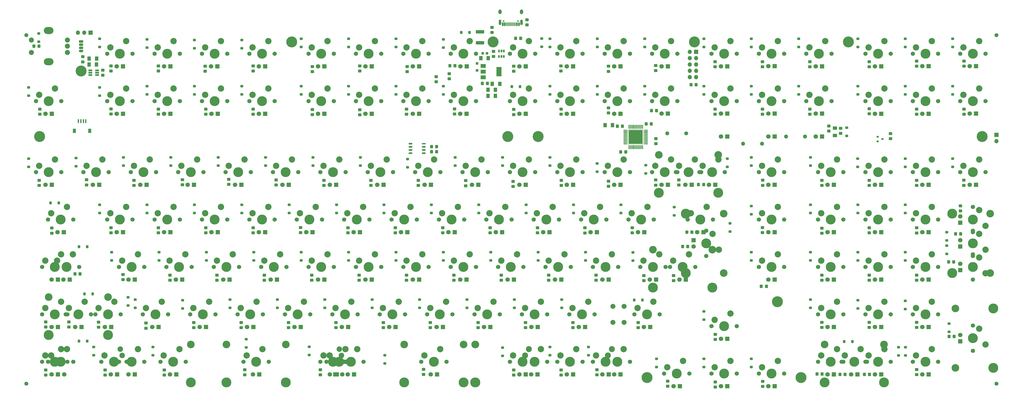
<source format=gbr>
G04 #@! TF.GenerationSoftware,KiCad,Pcbnew,7.0.1*
G04 #@! TF.CreationDate,2023-03-28T01:20:07-04:00*
G04 #@! TF.ProjectId,Boston-keyboard-V08J,426f7374-6f6e-42d6-9b65-79626f617264,rev?*
G04 #@! TF.SameCoordinates,Original*
G04 #@! TF.FileFunction,Soldermask,Bot*
G04 #@! TF.FilePolarity,Negative*
%FSLAX46Y46*%
G04 Gerber Fmt 4.6, Leading zero omitted, Abs format (unit mm)*
G04 Created by KiCad (PCBNEW 7.0.1) date 2023-03-28 01:20:07*
%MOMM*%
%LPD*%
G01*
G04 APERTURE LIST*
G04 Aperture macros list*
%AMRoundRect*
0 Rectangle with rounded corners*
0 $1 Rounding radius*
0 $2 $3 $4 $5 $6 $7 $8 $9 X,Y pos of 4 corners*
0 Add a 4 corners polygon primitive as box body*
4,1,4,$2,$3,$4,$5,$6,$7,$8,$9,$2,$3,0*
0 Add four circle primitives for the rounded corners*
1,1,$1+$1,$2,$3*
1,1,$1+$1,$4,$5*
1,1,$1+$1,$6,$7*
1,1,$1+$1,$8,$9*
0 Add four rect primitives between the rounded corners*
20,1,$1+$1,$2,$3,$4,$5,0*
20,1,$1+$1,$4,$5,$6,$7,0*
20,1,$1+$1,$6,$7,$8,$9,0*
20,1,$1+$1,$8,$9,$2,$3,0*%
G04 Aperture macros list end*
%ADD10R,1.800000X1.800000*%
%ADD11C,1.800000*%
%ADD12R,2.200000X1.800000*%
%ADD13C,4.400000*%
%ADD14C,1.600000*%
%ADD15O,1.600000X1.600000*%
%ADD16C,1.596000*%
%ADD17C,2.000000*%
%ADD18R,1.700000X1.700000*%
%ADD19O,1.700000X1.700000*%
%ADD20O,2.768600X1.651000*%
%ADD21C,1.016000*%
%ADD22C,2.032000*%
%ADD23O,3.900000X2.799999*%
%ADD24R,1.800000X1.070000*%
%ADD25O,1.800000X1.070000*%
%ADD26RoundRect,0.249999X-0.325001X-0.450001X0.325001X-0.450001X0.325001X0.450001X-0.325001X0.450001X0*%
%ADD27RoundRect,0.250000X-0.350000X0.250000X-0.350000X-0.250000X0.350000X-0.250000X0.350000X0.250000X0*%
%ADD28C,1.701800*%
%ADD29C,3.987800*%
%ADD30C,2.540000*%
%ADD31RoundRect,0.249999X0.325001X0.450001X-0.325001X0.450001X-0.325001X-0.450001X0.325001X-0.450001X0*%
%ADD32RoundRect,0.250001X-0.462499X-0.624999X0.462499X-0.624999X0.462499X0.624999X-0.462499X0.624999X0*%
%ADD33RoundRect,0.249999X-0.450001X0.325001X-0.450001X-0.325001X0.450001X-0.325001X0.450001X0.325001X0*%
%ADD34C,3.048000*%
%ADD35RoundRect,0.250000X-0.450000X0.325000X-0.450000X-0.325000X0.450000X-0.325000X0.450000X0.325000X0*%
%ADD36RoundRect,0.250000X0.325000X0.450000X-0.325000X0.450000X-0.325000X-0.450000X0.325000X-0.450000X0*%
%ADD37RoundRect,0.250000X0.250000X0.350000X-0.250000X0.350000X-0.250000X-0.350000X0.250000X-0.350000X0*%
%ADD38C,2.400000*%
%ADD39RoundRect,0.249999X0.450001X-0.325001X0.450001X0.325001X-0.450001X0.325001X-0.450001X-0.325001X0*%
%ADD40R,2.000000X1.500000*%
%ADD41R,2.000000X3.800000*%
%ADD42R,1.550000X0.600000*%
%ADD43RoundRect,0.300000X0.475000X0.000000X-0.475000X0.000000X-0.475000X0.000000X0.475000X0.000000X0*%
%ADD44R,1.100000X1.100000*%
%ADD45C,2.200000*%
%ADD46C,0.650000*%
%ADD47RoundRect,0.150000X-0.150000X-0.575000X0.150000X-0.575000X0.150000X0.575000X-0.150000X0.575000X0*%
%ADD48RoundRect,0.075000X-0.075000X-0.650000X0.075000X-0.650000X0.075000X0.650000X-0.075000X0.650000X0*%
%ADD49O,1.300000X1.900000*%
%ADD50O,1.100000X2.200000*%
%ADD51RoundRect,0.237500X0.287500X0.237500X-0.287500X0.237500X-0.287500X-0.237500X0.287500X-0.237500X0*%
%ADD52RoundRect,0.250001X-0.624999X0.462499X-0.624999X-0.462499X0.624999X-0.462499X0.624999X0.462499X0*%
%ADD53O,5.000000X1.701800*%
%ADD54RoundRect,0.250000X0.450000X-0.325000X0.450000X0.325000X-0.450000X0.325000X-0.450000X-0.325000X0*%
%ADD55RoundRect,0.075000X0.662500X0.075000X-0.662500X0.075000X-0.662500X-0.075000X0.662500X-0.075000X0*%
%ADD56RoundRect,0.075000X0.075000X0.662500X-0.075000X0.662500X-0.075000X-0.662500X0.075000X-0.662500X0*%
%ADD57RoundRect,0.250000X-0.325000X-0.450000X0.325000X-0.450000X0.325000X0.450000X-0.325000X0.450000X0*%
%ADD58RoundRect,0.250000X1.450000X-0.400000X1.450000X0.400000X-1.450000X0.400000X-1.450000X-0.400000X0*%
%ADD59R,1.560000X0.650000*%
%ADD60R,0.600000X1.550000*%
%ADD61C,0.500000*%
%ADD62R,1.200000X1.800000*%
%ADD63RoundRect,0.062500X0.375000X0.062500X-0.375000X0.062500X-0.375000X-0.062500X0.375000X-0.062500X0*%
%ADD64RoundRect,0.062500X0.062500X0.375000X-0.062500X0.375000X-0.062500X-0.375000X0.062500X-0.375000X0*%
%ADD65R,5.600000X5.600000*%
%ADD66R,0.900000X0.800000*%
%ADD67R,0.650000X1.060000*%
G04 APERTURE END LIST*
D10*
X69657600Y-168280000D03*
D11*
X72197600Y-168280000D03*
D12*
X181420000Y-168280000D03*
D11*
X183960000Y-168280000D03*
D10*
X381595000Y-130180000D03*
D11*
X379055000Y-130180000D03*
D10*
X181570000Y-92080000D03*
D11*
X179030000Y-92080000D03*
D10*
X419695000Y-168280000D03*
D11*
X417155000Y-168280000D03*
D13*
X325556250Y-34675000D03*
D10*
X253007500Y-130180000D03*
D11*
X250467500Y-130180000D03*
D10*
X69657600Y-168280000D03*
D11*
X67117600Y-168280000D03*
D10*
X238720000Y-92080000D03*
D11*
X236180000Y-92080000D03*
D10*
X152995000Y-111130000D03*
D11*
X150455000Y-111130000D03*
D10*
X333970000Y-92080000D03*
D11*
X331430000Y-92080000D03*
D10*
X167282500Y-149230000D03*
D11*
X164742500Y-149230000D03*
D10*
X233957500Y-63505000D03*
D11*
X231417500Y-63505000D03*
D10*
X338732500Y-153992500D03*
D11*
X336192500Y-153992500D03*
D10*
X419695000Y-92080000D03*
D11*
X417155000Y-92080000D03*
D10*
X438745000Y-44429600D03*
D11*
X436205000Y-44429600D03*
D10*
X114895000Y-63505000D03*
D11*
X112355000Y-63505000D03*
D10*
X195857500Y-44455000D03*
D11*
X193317500Y-44455000D03*
D10*
X114895000Y-111130000D03*
D11*
X112355000Y-111130000D03*
D10*
X400645000Y-63530400D03*
D11*
X398105000Y-63530400D03*
D10*
X419695000Y-44429600D03*
D11*
X417155000Y-44429600D03*
D10*
X381595000Y-149230000D03*
D11*
X379055000Y-149230000D03*
D10*
X276820000Y-168280000D03*
D11*
X274280000Y-168280000D03*
D10*
X233995600Y-44455000D03*
D11*
X231455600Y-44455000D03*
D10*
X432395000Y-107320000D03*
D11*
X432395000Y-104780000D03*
D10*
X138707500Y-130180000D03*
D11*
X136167500Y-130180000D03*
D10*
X210145000Y-111130000D03*
D11*
X207605000Y-111130000D03*
D10*
X314915000Y-92062500D03*
D11*
X312375000Y-92062500D03*
D10*
X257770000Y-44455000D03*
D11*
X255230000Y-44455000D03*
D10*
X329207500Y-111130000D03*
D11*
X326667500Y-111130000D03*
D10*
X67270000Y-92080000D03*
D11*
X64730000Y-92080000D03*
D10*
X357782500Y-111130000D03*
D11*
X355242500Y-111130000D03*
D10*
X91082500Y-149230000D03*
D11*
X88542500Y-149230000D03*
D10*
X381595000Y-92080000D03*
D11*
X379055000Y-92080000D03*
D10*
X119657500Y-130180000D03*
D11*
X117117500Y-130180000D03*
D10*
X419695000Y-149230000D03*
D11*
X417155000Y-149230000D03*
D10*
X257770000Y-63505000D03*
D11*
X255230000Y-63505000D03*
D10*
X314920000Y-63500000D03*
D11*
X312380000Y-63500000D03*
D10*
X438745000Y-63479600D03*
D11*
X436205000Y-63479600D03*
D10*
X338732500Y-72712500D03*
D11*
X336192500Y-72712500D03*
D10*
X432395000Y-116845000D03*
D11*
X432395000Y-114305000D03*
D10*
X219670000Y-92080000D03*
D11*
X217130000Y-92080000D03*
D10*
X69651250Y-130180000D03*
D11*
X67111250Y-130180000D03*
D10*
X114895000Y-44455000D03*
D11*
X112355000Y-44455000D03*
D10*
X432395000Y-154945000D03*
D11*
X432395000Y-152405000D03*
D10*
X152995000Y-44455000D03*
D11*
X150455000Y-44455000D03*
D10*
X205382500Y-149230000D03*
D11*
X202842500Y-149230000D03*
D10*
X214907500Y-44455000D03*
D11*
X212367500Y-44455000D03*
D10*
X105370000Y-92080000D03*
D11*
X102830000Y-92080000D03*
D10*
X295870000Y-63505000D03*
D11*
X293330000Y-63505000D03*
D14*
X352700000Y-75600000D03*
D15*
X345080000Y-75600000D03*
D10*
X338745200Y-44455000D03*
D11*
X336205200Y-44455000D03*
D10*
X200620000Y-92080000D03*
D11*
X198080000Y-92080000D03*
D10*
X419695000Y-63530400D03*
D11*
X417155000Y-63530400D03*
D10*
X93463750Y-168280000D03*
D11*
X90923750Y-168280000D03*
D10*
X438745000Y-92080000D03*
D11*
X436205000Y-92080000D03*
D10*
X186332500Y-149230000D03*
D11*
X183792500Y-149230000D03*
D10*
X276820000Y-92080000D03*
D11*
X274280000Y-92080000D03*
D12*
X181570000Y-168280000D03*
D11*
X179030000Y-168280000D03*
D10*
X357782500Y-130180000D03*
D11*
X355242500Y-130180000D03*
D16*
X447000000Y-32000000D03*
D10*
X357782500Y-72712500D03*
D11*
X355242500Y-72712500D03*
D10*
X338732500Y-63500000D03*
D11*
X336192500Y-63500000D03*
D10*
X95845000Y-63505000D03*
D11*
X93305000Y-63505000D03*
D10*
X176807500Y-44455000D03*
D11*
X174267500Y-44455000D03*
D10*
X172045000Y-111130000D03*
D11*
X169505000Y-111130000D03*
D10*
X176807500Y-63505000D03*
D11*
X174267500Y-63505000D03*
D10*
X176807500Y-130180000D03*
D11*
X174267500Y-130180000D03*
D10*
X381595000Y-168280000D03*
D11*
X379055000Y-168280000D03*
D10*
X276820000Y-63505000D03*
D11*
X274280000Y-63505000D03*
D10*
X325238750Y-114305000D03*
D11*
X325238750Y-116845000D03*
D17*
X292750000Y-147400000D03*
X292750000Y-140900000D03*
X297250000Y-147400000D03*
X297250000Y-140900000D03*
D10*
X100594800Y-168305400D03*
D11*
X98054800Y-168305400D03*
D10*
X69651250Y-149230000D03*
D11*
X67111250Y-149230000D03*
D10*
X400645000Y-130180000D03*
D11*
X398105000Y-130180000D03*
D10*
X150609000Y-168262000D03*
D11*
X148069000Y-168262000D03*
D13*
X368418750Y-169531000D03*
D10*
X222060000Y-168265000D03*
D11*
X219520000Y-168265000D03*
D10*
X162520000Y-92080000D03*
D11*
X159980000Y-92080000D03*
D10*
X248245000Y-111130000D03*
D11*
X245705000Y-111130000D03*
D10*
X400645000Y-149230000D03*
D11*
X398105000Y-149230000D03*
D10*
X400645000Y-92080000D03*
D11*
X398105000Y-92080000D03*
D18*
X82825000Y-30950000D03*
D19*
X80285000Y-30950000D03*
X77745000Y-30950000D03*
D13*
X387468750Y-34675000D03*
D10*
X95845000Y-44455000D03*
D11*
X93305000Y-44455000D03*
D16*
X57000000Y-172000000D03*
D10*
X257770000Y-92080000D03*
D11*
X255230000Y-92080000D03*
D13*
X62300000Y-72712500D03*
D10*
X291094800Y-168280000D03*
D11*
X288554800Y-168280000D03*
D10*
X157757500Y-130180000D03*
D11*
X155217500Y-130180000D03*
D10*
X191095000Y-111130000D03*
D11*
X188555000Y-111130000D03*
D18*
X447000000Y-72000000D03*
D19*
X447000000Y-74540000D03*
D10*
X400645000Y-44480400D03*
D11*
X398105000Y-44480400D03*
D10*
X110132500Y-149230000D03*
D11*
X107592500Y-149230000D03*
D10*
X67270000Y-63530400D03*
D11*
X64730000Y-63530400D03*
D10*
X357800000Y-63500000D03*
D11*
X355260000Y-63500000D03*
D10*
X319682500Y-173042500D03*
D11*
X317142500Y-173042500D03*
D10*
X262519800Y-168254600D03*
D11*
X259979800Y-168254600D03*
D13*
X262700000Y-72712500D03*
D10*
X295870000Y-168280000D03*
D11*
X293330000Y-168280000D03*
D10*
X322063750Y-130180000D03*
D11*
X319523750Y-130180000D03*
D13*
X441174000Y-72712500D03*
D10*
X276820000Y-44455000D03*
D11*
X274280000Y-44455000D03*
D10*
X357782500Y-92080000D03*
D11*
X355242500Y-92080000D03*
D10*
X224432500Y-149230000D03*
D11*
X221892500Y-149230000D03*
D10*
X229195000Y-111130000D03*
D11*
X226655000Y-111130000D03*
D10*
X357782500Y-173042500D03*
D11*
X355242500Y-173042500D03*
D10*
X133818000Y-44455000D03*
D11*
X131278000Y-44455000D03*
D16*
X57000000Y-32000000D03*
D13*
X244593750Y-34675000D03*
D10*
X262532500Y-149230000D03*
D11*
X259992500Y-149230000D03*
D10*
X432395000Y-126370000D03*
D11*
X432395000Y-123830000D03*
D10*
X188707400Y-168280000D03*
D11*
X186167400Y-168280000D03*
D10*
X324445000Y-92080000D03*
D11*
X321905000Y-92080000D03*
D10*
X100607500Y-130180000D03*
D11*
X98067500Y-130180000D03*
D10*
X376832500Y-63500000D03*
D11*
X374292500Y-63500000D03*
D10*
X419695000Y-130180000D03*
D11*
X417155000Y-130180000D03*
D10*
X419695000Y-111130000D03*
D11*
X417155000Y-111130000D03*
D10*
X72032500Y-111130000D03*
D11*
X69492500Y-111130000D03*
D10*
X291107500Y-130180000D03*
D11*
X288567500Y-130180000D03*
D10*
X338732500Y-173042500D03*
D11*
X336192500Y-173042500D03*
D10*
X286345000Y-111130000D03*
D11*
X283805000Y-111130000D03*
D20*
X66000000Y-42625000D03*
D21*
X59000000Y-38875000D03*
X73500000Y-38875000D03*
X73500000Y-36375000D03*
X59000000Y-33875000D03*
X73500000Y-33875000D03*
D20*
X66000000Y-30125000D03*
D22*
X73500000Y-38875000D03*
X73500000Y-33875000D03*
X73500000Y-36375000D03*
D23*
X66000000Y-42625000D03*
X66000000Y-30125000D03*
D22*
X59000000Y-38875000D03*
X59000000Y-33875000D03*
D10*
X307776250Y-149230000D03*
D11*
X305236250Y-149230000D03*
D10*
X152995000Y-63505000D03*
D11*
X150455000Y-63505000D03*
D10*
X272057500Y-130180000D03*
D11*
X269517500Y-130180000D03*
D10*
X124420000Y-92080000D03*
D11*
X121880000Y-92080000D03*
D13*
X306506250Y-169530000D03*
D10*
X233957500Y-130180000D03*
D11*
X231417500Y-130180000D03*
D10*
X117282600Y-168280000D03*
D11*
X114742600Y-168280000D03*
D10*
X314920000Y-44455000D03*
D11*
X312380000Y-44455000D03*
D10*
X257770000Y-168280000D03*
D11*
X255230000Y-168280000D03*
D10*
X133945000Y-63505000D03*
D11*
X131405000Y-63505000D03*
D13*
X163631250Y-34675000D03*
D10*
X129182500Y-149230000D03*
D11*
X126642500Y-149230000D03*
D13*
X79000000Y-46375000D03*
D10*
X305395000Y-111130000D03*
D11*
X302855000Y-111130000D03*
D10*
X295870000Y-44455000D03*
D11*
X293330000Y-44455000D03*
D14*
X370000000Y-72700000D03*
D15*
X362380000Y-72700000D03*
D10*
X214907500Y-130180000D03*
D11*
X212367500Y-130180000D03*
D10*
X79176250Y-149230000D03*
D11*
X76636250Y-149230000D03*
D13*
X358894000Y-139100000D03*
D10*
X400645000Y-168280000D03*
D11*
X398105000Y-168280000D03*
D10*
X281582500Y-149230000D03*
D11*
X279042500Y-149230000D03*
D10*
X357782500Y-44429600D03*
D11*
X355242500Y-44429600D03*
D10*
X143470000Y-92080000D03*
D11*
X140930000Y-92080000D03*
D10*
X391120000Y-168280000D03*
D11*
X388580000Y-168280000D03*
D10*
X310157500Y-130180000D03*
D11*
X307617500Y-130180000D03*
D10*
X295870000Y-92080000D03*
D11*
X293330000Y-92080000D03*
D10*
X95845000Y-111130000D03*
D11*
X93305000Y-111130000D03*
D18*
X326250000Y-38675000D03*
D19*
X323710000Y-38675000D03*
X326250000Y-41215000D03*
X323710000Y-41215000D03*
X326250000Y-43755000D03*
X323710000Y-43755000D03*
X326250000Y-46295000D03*
X323710000Y-46295000D03*
X326250000Y-48835000D03*
X323710000Y-48835000D03*
D24*
X79000000Y-34470000D03*
D25*
X79000000Y-35740000D03*
X79000000Y-37010000D03*
X79000000Y-38280000D03*
D10*
X74413750Y-130180000D03*
D11*
X71873750Y-130180000D03*
D10*
X214907500Y-63505000D03*
D11*
X212367500Y-63505000D03*
D10*
X376832500Y-72712500D03*
D11*
X374292500Y-72712500D03*
D14*
X322220000Y-71400000D03*
D15*
X314600000Y-71400000D03*
D10*
X376832500Y-44480400D03*
D11*
X374292500Y-44480400D03*
D10*
X86320000Y-92080000D03*
D11*
X83780000Y-92080000D03*
D10*
X267295000Y-111130000D03*
D11*
X264755000Y-111130000D03*
D10*
X243482500Y-149230000D03*
D11*
X240942500Y-149230000D03*
D10*
X133945000Y-111130000D03*
D11*
X131405000Y-111130000D03*
D13*
X250500000Y-72712500D03*
D10*
X195857500Y-130180000D03*
D11*
X193317500Y-130180000D03*
D10*
X381595000Y-111130000D03*
D11*
X379055000Y-111130000D03*
D16*
X447000000Y-172000000D03*
D10*
X148232500Y-149230000D03*
D11*
X145692500Y-149230000D03*
D10*
X195857500Y-63505000D03*
D11*
X193317500Y-63505000D03*
D10*
X400645000Y-111130000D03*
D11*
X398105000Y-111130000D03*
D26*
X374855000Y-168121250D03*
X376905000Y-168121250D03*
D27*
X124578750Y-100113750D03*
X124578750Y-103413750D03*
D28*
X280630000Y-87000000D03*
D29*
X275550000Y-87000000D03*
D28*
X270470000Y-87000000D03*
D30*
X278090000Y-81920000D03*
X271740000Y-84460000D03*
D31*
X78625000Y-127900000D03*
X76575000Y-127900000D03*
D32*
X244312500Y-51555000D03*
X247287500Y-51555000D03*
D33*
X148153125Y-109311250D03*
X148153125Y-111361250D03*
D29*
X401788000Y-171455000D03*
D34*
X401788000Y-156215000D03*
D28*
X394930000Y-163200000D03*
D29*
X389850000Y-163200000D03*
D28*
X384770000Y-163200000D03*
D29*
X377912000Y-171455000D03*
D34*
X377912000Y-156215000D03*
D30*
X392390000Y-158120000D03*
X386040000Y-160660000D03*
D32*
X239725000Y-41225000D03*
X242700000Y-41225000D03*
D27*
X238878750Y-100113750D03*
X238878750Y-103413750D03*
D35*
X258250000Y-25800000D03*
X258250000Y-27850000D03*
D36*
X242325000Y-51375000D03*
X240275000Y-51375000D03*
D37*
X255450000Y-52600000D03*
X252150000Y-52600000D03*
D36*
X221955000Y-78800000D03*
X219905000Y-78800000D03*
D27*
X97908750Y-137261250D03*
X97908750Y-140561250D03*
D28*
X256817500Y-125100000D03*
D29*
X251737500Y-125100000D03*
D28*
X246657500Y-125100000D03*
D30*
X254277500Y-120020000D03*
X247927500Y-122560000D03*
D33*
X262453125Y-109311250D03*
X262453125Y-111361250D03*
D27*
X286503750Y-52488750D03*
X286503750Y-55788750D03*
D33*
X157440000Y-90102500D03*
X157440000Y-92152500D03*
D28*
X423505000Y-163200000D03*
D29*
X418425000Y-163200000D03*
D28*
X413345000Y-163200000D03*
D30*
X420965000Y-158120000D03*
X414615000Y-160660000D03*
D33*
X67220000Y-109470000D03*
X67220000Y-111520000D03*
X252690000Y-90737500D03*
X252690000Y-92787500D03*
D28*
X261580000Y-163200000D03*
D29*
X256500000Y-163200000D03*
D28*
X251420000Y-163200000D03*
D38*
X259040000Y-158120000D03*
D30*
X252690000Y-160660000D03*
D39*
X290975000Y-46500000D03*
X290975000Y-44450000D03*
D33*
X190777500Y-128361250D03*
X190777500Y-130411250D03*
D27*
X224591250Y-52488750D03*
X224591250Y-55788750D03*
D39*
X252925000Y-46450000D03*
X252925000Y-44400000D03*
D33*
X276740625Y-147411250D03*
X276740625Y-149461250D03*
D28*
X99655000Y-58425000D03*
D29*
X94575000Y-58425000D03*
D28*
X89495000Y-58425000D03*
D30*
X97115000Y-53345000D03*
X90765000Y-55885000D03*
D28*
X309205000Y-106050000D03*
D29*
X304125000Y-106050000D03*
D28*
X299045000Y-106050000D03*
D30*
X306665000Y-100970000D03*
X300315000Y-103510000D03*
D40*
X240650000Y-48925000D03*
X240650000Y-46625000D03*
D41*
X246950000Y-46625000D03*
D40*
X240650000Y-44325000D03*
D27*
X276978750Y-100113750D03*
X276978750Y-103413750D03*
D28*
X218717500Y-39375000D03*
D29*
X213637500Y-39375000D03*
D28*
X208557500Y-39375000D03*
D30*
X216177500Y-34295000D03*
X209827500Y-36835000D03*
D33*
X414853125Y-61686250D03*
X414853125Y-63736250D03*
D27*
X348416250Y-81063750D03*
X348416250Y-84363750D03*
D33*
X171727500Y-128361250D03*
X171727500Y-130411250D03*
X209827500Y-128361250D03*
X209827500Y-130411250D03*
D27*
X57903750Y-52965000D03*
X57903750Y-56265000D03*
D42*
X216800000Y-75585000D03*
D43*
X216800000Y-76855000D03*
X216800000Y-78125000D03*
X216800000Y-79395000D03*
X211400000Y-79395000D03*
X211400000Y-78125000D03*
X211400000Y-76855000D03*
X211400000Y-75585000D03*
D28*
X437475000Y-111130000D03*
D29*
X437475000Y-106050000D03*
D28*
X437475000Y-100970000D03*
D30*
X442555000Y-108590000D03*
X440015000Y-102240000D03*
D35*
X87700000Y-45980000D03*
X87700000Y-48030000D03*
D28*
X342542500Y-58425000D03*
D29*
X337462500Y-58425000D03*
D28*
X332382500Y-58425000D03*
D30*
X340002500Y-53345000D03*
X333652500Y-55885000D03*
D28*
X361592500Y-125100000D03*
D29*
X356512500Y-125100000D03*
D28*
X351432500Y-125100000D03*
D30*
X359052500Y-120020000D03*
X352702500Y-122560000D03*
D27*
X348416250Y-33438750D03*
X348416250Y-36738750D03*
D28*
X361592500Y-106050000D03*
D29*
X356512500Y-106050000D03*
D28*
X351432500Y-106050000D03*
D30*
X359052500Y-100970000D03*
X352702500Y-103510000D03*
D27*
X76953750Y-81318750D03*
X76953750Y-84618750D03*
D33*
X243403125Y-109311250D03*
X243403125Y-111361250D03*
D27*
X115053750Y-81063750D03*
X115053750Y-84363750D03*
D33*
X152677500Y-128361250D03*
X152677500Y-130411250D03*
X352940625Y-42636250D03*
X352940625Y-44686250D03*
D44*
X238150000Y-43275000D03*
X238150000Y-46075000D03*
D27*
X205541250Y-52488750D03*
X205541250Y-55788750D03*
D32*
X82262500Y-41325000D03*
X85237500Y-41325000D03*
D28*
X423505000Y-125100000D03*
D29*
X418425000Y-125100000D03*
D28*
X413345000Y-125100000D03*
D30*
X420965000Y-120020000D03*
X414615000Y-122560000D03*
D28*
X97273750Y-163200000D03*
D29*
X92193750Y-163200000D03*
D28*
X87113750Y-163200000D03*
D45*
X94733750Y-158120000D03*
D30*
X88383750Y-160660000D03*
D29*
X89844250Y-152405000D03*
D34*
X89844250Y-137165000D03*
D28*
X82986250Y-144150000D03*
D29*
X77906250Y-144150000D03*
D28*
X72826250Y-144150000D03*
D29*
X65968250Y-152405000D03*
D34*
X65968250Y-137165000D03*
D30*
X80446250Y-139070000D03*
X74096250Y-141610000D03*
D27*
X243641250Y-119163750D03*
X243641250Y-122463750D03*
D28*
X142517500Y-125100000D03*
D29*
X137437500Y-125100000D03*
D28*
X132357500Y-125100000D03*
D30*
X139977500Y-120020000D03*
X133627500Y-122560000D03*
D33*
X433903125Y-42398125D03*
X433903125Y-44448125D03*
D28*
X299680000Y-39375000D03*
D29*
X294600000Y-39375000D03*
D28*
X289520000Y-39375000D03*
D30*
X297140000Y-34295000D03*
X290790000Y-36835000D03*
D33*
X219352500Y-147411250D03*
X219352500Y-149461250D03*
D28*
X333017500Y-106050000D03*
D29*
X327937500Y-106050000D03*
D28*
X322857500Y-106050000D03*
D30*
X330477500Y-100970000D03*
X324127500Y-103510000D03*
D28*
X132992500Y-144150000D03*
D29*
X127912500Y-144150000D03*
D28*
X122832500Y-144150000D03*
D30*
X130452500Y-139070000D03*
X124102500Y-141610000D03*
D39*
X271900000Y-46375000D03*
X271900000Y-44325000D03*
D27*
X329366250Y-33438750D03*
X329366250Y-36738750D03*
D28*
X266342500Y-144150000D03*
D29*
X261262500Y-144150000D03*
D28*
X256182500Y-144150000D03*
D30*
X263802500Y-139070000D03*
X257452500Y-141610000D03*
D28*
X73461250Y-144150000D03*
D29*
X68381250Y-144150000D03*
D28*
X63301250Y-144150000D03*
D30*
X70921250Y-139070000D03*
X64571250Y-141610000D03*
D28*
X218717500Y-125100000D03*
D29*
X213637500Y-125100000D03*
D28*
X208557500Y-125100000D03*
D30*
X216177500Y-120020000D03*
X209827500Y-122560000D03*
D27*
X172203750Y-81063750D03*
X172203750Y-84363750D03*
D28*
X185380000Y-87000000D03*
D29*
X180300000Y-87000000D03*
D28*
X175220000Y-87000000D03*
D30*
X182840000Y-81920000D03*
X176490000Y-84460000D03*
D33*
X302934375Y-147411250D03*
X302934375Y-149461250D03*
D29*
X332731964Y-133355000D03*
D34*
X332731964Y-118115000D03*
D28*
X325873964Y-125100000D03*
D29*
X320793964Y-125100000D03*
D28*
X315713964Y-125100000D03*
D29*
X308855964Y-133355000D03*
D34*
X308855964Y-118115000D03*
D30*
X323333964Y-120020000D03*
X316983964Y-122560000D03*
D33*
X81240000Y-90075000D03*
X81240000Y-92125000D03*
D27*
X219828750Y-100113750D03*
X219828750Y-103413750D03*
D28*
X299680000Y-87000000D03*
D29*
X294600000Y-87000000D03*
D28*
X289520000Y-87000000D03*
D30*
X297140000Y-81920000D03*
X290790000Y-84460000D03*
D33*
X228877500Y-128361250D03*
X228877500Y-130411250D03*
D35*
X309950000Y-90165000D03*
X309950000Y-92215000D03*
D36*
X255725000Y-33250000D03*
X253675000Y-33250000D03*
D28*
X156805000Y-58425000D03*
D29*
X151725000Y-58425000D03*
D28*
X146645000Y-58425000D03*
D30*
X154265000Y-53345000D03*
X147915000Y-55885000D03*
D33*
X110053125Y-109311250D03*
X110053125Y-111361250D03*
D28*
X199667500Y-125100000D03*
D29*
X194587500Y-125100000D03*
D28*
X189507500Y-125100000D03*
D30*
X197127500Y-120020000D03*
X190777500Y-122560000D03*
D33*
X333900000Y-171325000D03*
X333900000Y-173375000D03*
X138390000Y-89857500D03*
X138390000Y-91907500D03*
D27*
X57903750Y-81540000D03*
X57903750Y-84840000D03*
D33*
X64809375Y-147173125D03*
X64809375Y-149223125D03*
D28*
X261580160Y-39375000D03*
D29*
X256500160Y-39375000D03*
D28*
X251420160Y-39375000D03*
D30*
X259040160Y-34295000D03*
X252690160Y-36835000D03*
D33*
X414850000Y-166325000D03*
X414850000Y-168375000D03*
D27*
X167441250Y-119163750D03*
X167441250Y-122463750D03*
D28*
X223480000Y-87000000D03*
D29*
X218400000Y-87000000D03*
D28*
X213320000Y-87000000D03*
D30*
X220940000Y-81920000D03*
X214590000Y-84460000D03*
D28*
X442555000Y-87000000D03*
D29*
X437475000Y-87000000D03*
D28*
X432395000Y-87000000D03*
D30*
X440015000Y-81920000D03*
X433665000Y-84460000D03*
D37*
X304650000Y-138425000D03*
X301350000Y-138425000D03*
D39*
X110053125Y-46353125D03*
X110053125Y-44303125D03*
D27*
X410328750Y-100113750D03*
X410328750Y-103413750D03*
D26*
X320800625Y-116924375D03*
X322850625Y-116924375D03*
D36*
X296625000Y-68500000D03*
X294575000Y-68500000D03*
D39*
X210060000Y-46630000D03*
X210060000Y-44580000D03*
D28*
X118705000Y-106050000D03*
D29*
X113625000Y-106050000D03*
D28*
X108545000Y-106050000D03*
D30*
X116165000Y-100970000D03*
X109815000Y-103510000D03*
D33*
X352940625Y-109238750D03*
X352940625Y-111288750D03*
D28*
X294917500Y-163200000D03*
D29*
X289837500Y-163200000D03*
D28*
X284757500Y-163200000D03*
D38*
X292377500Y-158120000D03*
D30*
X286027500Y-160660000D03*
D28*
X194905000Y-106050000D03*
D29*
X189825000Y-106050000D03*
D28*
X184745000Y-106050000D03*
D30*
X192365000Y-100970000D03*
X186015000Y-103510000D03*
D27*
X61975000Y-31275000D03*
X61975000Y-34575000D03*
D33*
X281503125Y-109383750D03*
X281503125Y-111433750D03*
D28*
X113942500Y-144150000D03*
D29*
X108862500Y-144150000D03*
D28*
X103782500Y-144150000D03*
D30*
X111402500Y-139070000D03*
X105052500Y-141610000D03*
D28*
X404455000Y-144150000D03*
D29*
X399375000Y-144150000D03*
D28*
X394295000Y-144150000D03*
D30*
X401915000Y-139070000D03*
X395565000Y-141610000D03*
D33*
X129103125Y-61686250D03*
X129103125Y-63736250D03*
X353020000Y-171075000D03*
X353020000Y-173125000D03*
D28*
X190142500Y-144150000D03*
D29*
X185062500Y-144150000D03*
D28*
X179982500Y-144150000D03*
D30*
X187602500Y-139070000D03*
X181252500Y-141610000D03*
D27*
X367466250Y-33438750D03*
X367466250Y-36738750D03*
D28*
X90130000Y-87000000D03*
D29*
X85050000Y-87000000D03*
D28*
X79970000Y-87000000D03*
D30*
X87590000Y-81920000D03*
X81240000Y-84460000D03*
D33*
X95819600Y-128139000D03*
X95819600Y-130189000D03*
D28*
X318730000Y-87000000D03*
D29*
X313650000Y-87000000D03*
D28*
X308570000Y-87000000D03*
D30*
X316190000Y-81920000D03*
X309840000Y-84460000D03*
D27*
X143628750Y-33915000D03*
X143628750Y-37215000D03*
D33*
X352950000Y-90250000D03*
X352950000Y-92300000D03*
X395803125Y-61520625D03*
X395803125Y-63570625D03*
D28*
X128230000Y-87000000D03*
D29*
X123150000Y-87000000D03*
D28*
X118070000Y-87000000D03*
D30*
X125690000Y-81920000D03*
X119340000Y-84460000D03*
D33*
X91003125Y-61613750D03*
X91003125Y-63663750D03*
X333890625Y-42636250D03*
X333890625Y-44686250D03*
D27*
X427930000Y-147890000D03*
X427930000Y-151190000D03*
D28*
X423505000Y-87000000D03*
D29*
X418425000Y-87000000D03*
D28*
X413345000Y-87000000D03*
D30*
X420965000Y-81920000D03*
X414615000Y-84460000D03*
D28*
X442555000Y-58425000D03*
D29*
X437475000Y-58425000D03*
D28*
X432395000Y-58425000D03*
D30*
X440015000Y-53345000D03*
X433665000Y-55885000D03*
D28*
X199667606Y-39375000D03*
D29*
X194587606Y-39375000D03*
D28*
X189507606Y-39375000D03*
D30*
X197127606Y-34295000D03*
X190777606Y-36835000D03*
D33*
X266977500Y-128361250D03*
X266977500Y-130411250D03*
D28*
X404455000Y-39375000D03*
D29*
X399375000Y-39375000D03*
D28*
X394295000Y-39375000D03*
D30*
X401915000Y-34295000D03*
X395565000Y-36835000D03*
D33*
X86002500Y-147252500D03*
X86002500Y-149302500D03*
X414900000Y-147375000D03*
X414900000Y-149425000D03*
D27*
X205541250Y-33438750D03*
X205541250Y-36738750D03*
D33*
X352940625Y-61686250D03*
X352940625Y-63736250D03*
D28*
X385405000Y-163200000D03*
D29*
X380325000Y-163200000D03*
D28*
X375245000Y-163200000D03*
D30*
X382865000Y-158120000D03*
X376515000Y-160660000D03*
D28*
X156805000Y-39375000D03*
D29*
X151725000Y-39375000D03*
D28*
X146645000Y-39375000D03*
D30*
X154265000Y-34295000D03*
X147915000Y-36835000D03*
D27*
X317460000Y-101066250D03*
X317460000Y-104366250D03*
D33*
X124340625Y-147411250D03*
X124340625Y-149461250D03*
D27*
X124578750Y-52488750D03*
X124578750Y-55788750D03*
D35*
X79660000Y-40640000D03*
X79660000Y-42690000D03*
D27*
X84097500Y-157263750D03*
X84097500Y-160563750D03*
D33*
X229115625Y-61613750D03*
X229115625Y-63663750D03*
D28*
X275867500Y-125100000D03*
D29*
X270787500Y-125100000D03*
D28*
X265707500Y-125100000D03*
D30*
X273327500Y-120020000D03*
X266977500Y-122560000D03*
D33*
X333900000Y-152175000D03*
X333900000Y-154225000D03*
D28*
X237767500Y-58425000D03*
D29*
X232687500Y-58425000D03*
D28*
X227607500Y-58425000D03*
D30*
X235227500Y-53345000D03*
X228877500Y-55885000D03*
D46*
X248847000Y-26249000D03*
X254627000Y-26249000D03*
D47*
X248487000Y-27575000D03*
X249287000Y-27575000D03*
D48*
X250487000Y-27575000D03*
X251483000Y-27575000D03*
X251987000Y-27575000D03*
X252987000Y-27575000D03*
D47*
X254987000Y-27575000D03*
X254187000Y-27575000D03*
D48*
X253487000Y-27575000D03*
X252487000Y-27575000D03*
X250987000Y-27575000D03*
X249987000Y-27575000D03*
D49*
X247437000Y-22600000D03*
D50*
X247437000Y-26800000D03*
D49*
X256037000Y-22600000D03*
D50*
X256037000Y-26800000D03*
D28*
X404455000Y-125100000D03*
D29*
X399375000Y-125100000D03*
D28*
X394295000Y-125100000D03*
D30*
X401915000Y-120020000D03*
X395565000Y-122560000D03*
D33*
X62428125Y-61686250D03*
X62428125Y-63736250D03*
D28*
X280630000Y-39375000D03*
D29*
X275550000Y-39375000D03*
D28*
X270470000Y-39375000D03*
D30*
X278090000Y-34295000D03*
X271740000Y-36835000D03*
D28*
X342542500Y-148912500D03*
D29*
X337462500Y-148912500D03*
D28*
X332382500Y-148912500D03*
D30*
X340002500Y-143832500D03*
X333652500Y-146372500D03*
D33*
X186253125Y-109311250D03*
X186253125Y-111361250D03*
D37*
X81461250Y-117003750D03*
X78161250Y-117003750D03*
D33*
X214590000Y-90261250D03*
X214590000Y-92311250D03*
D27*
X348416250Y-162026250D03*
X348416250Y-165326250D03*
D28*
X209192500Y-144150000D03*
D29*
X204112500Y-144150000D03*
D28*
X199032500Y-144150000D03*
D30*
X206652500Y-139070000D03*
X200302500Y-141610000D03*
D29*
X232719250Y-171455000D03*
D34*
X232719250Y-156215000D03*
D28*
X225861250Y-163200000D03*
D29*
X220781250Y-163200000D03*
D28*
X215701250Y-163200000D03*
D29*
X208843250Y-171455000D03*
D34*
X208843250Y-156215000D03*
D30*
X223321250Y-158120000D03*
X216971250Y-160660000D03*
D27*
X124578750Y-33915000D03*
X124578750Y-37215000D03*
D51*
X242175000Y-39225000D03*
X240425000Y-39225000D03*
D34*
X337303750Y-127513000D03*
X337303750Y-103637000D03*
D28*
X330318750Y-120655000D03*
D29*
X330318750Y-115575000D03*
D28*
X330318750Y-110495000D03*
D29*
X322063750Y-127513000D03*
X322063750Y-103637000D03*
D30*
X335398750Y-118115000D03*
X332858750Y-111765000D03*
D33*
X271978125Y-61686250D03*
X271978125Y-63736250D03*
D26*
X427718750Y-123036250D03*
X429768750Y-123036250D03*
D27*
X91241250Y-119163750D03*
X91241250Y-122463750D03*
D26*
X322467500Y-111130000D03*
X324517500Y-111130000D03*
D33*
X433850000Y-90250000D03*
X433850000Y-92300000D03*
D27*
X339900000Y-107550000D03*
X339900000Y-110850000D03*
D28*
X180617500Y-58425000D03*
D29*
X175537500Y-58425000D03*
D28*
X170457500Y-58425000D03*
D30*
X178077500Y-53345000D03*
X171727500Y-55885000D03*
D28*
X437475000Y-130180000D03*
D29*
X437475000Y-125100000D03*
D28*
X437475000Y-120020000D03*
D30*
X442555000Y-127640000D03*
X440015000Y-121290000D03*
D28*
X337780000Y-87000000D03*
D29*
X332700000Y-87000000D03*
D28*
X327620000Y-87000000D03*
D30*
X335240000Y-81920000D03*
X328890000Y-84460000D03*
D27*
X119816250Y-138435000D03*
X119816250Y-141735000D03*
D26*
X352425000Y-132875000D03*
X354475000Y-132875000D03*
D33*
X129103125Y-109311250D03*
X129103125Y-111361250D03*
D28*
X187761250Y-163200000D03*
D29*
X182681250Y-163200000D03*
D28*
X177601250Y-163200000D03*
D30*
X185221250Y-158120000D03*
X178871250Y-160660000D03*
D27*
X296028750Y-100113750D03*
X296028750Y-103413750D03*
D33*
X64809375Y-166461250D03*
X64809375Y-168511250D03*
D27*
X86478750Y-52965000D03*
X86478750Y-56265000D03*
D28*
X180617590Y-39375000D03*
D29*
X175537590Y-39375000D03*
D28*
X170457590Y-39375000D03*
D30*
X178077590Y-34295000D03*
X171727590Y-36835000D03*
D28*
X290155000Y-106050000D03*
D29*
X285075000Y-106050000D03*
D28*
X279995000Y-106050000D03*
D30*
X287615000Y-100970000D03*
X281265000Y-103510000D03*
D26*
X308275000Y-62275000D03*
X310325000Y-62275000D03*
D33*
X395803125Y-109311250D03*
X395803125Y-111361250D03*
X317140000Y-128545000D03*
X317140000Y-130595000D03*
D28*
X404455000Y-106050000D03*
D29*
X399375000Y-106050000D03*
D28*
X394295000Y-106050000D03*
D30*
X401915000Y-100970000D03*
X395565000Y-103510000D03*
D27*
X329366250Y-142976250D03*
X329366250Y-146276250D03*
D28*
X118705000Y-39375000D03*
D29*
X113625000Y-39375000D03*
D28*
X108545000Y-39375000D03*
D30*
X116165000Y-34295000D03*
X109815000Y-36835000D03*
D52*
X382000000Y-69312500D03*
X382000000Y-72287500D03*
D28*
X237767500Y-125100000D03*
D29*
X232687500Y-125100000D03*
D28*
X227607500Y-125100000D03*
D30*
X235227500Y-120020000D03*
X228877500Y-122560000D03*
D27*
X348416250Y-119163750D03*
X348416250Y-122463750D03*
D28*
X137755000Y-106050000D03*
D29*
X132675000Y-106050000D03*
D28*
X127595000Y-106050000D03*
D30*
X135215000Y-100970000D03*
X128865000Y-103510000D03*
D28*
X199667500Y-58425000D03*
D29*
X194587500Y-58425000D03*
D28*
X189507500Y-58425000D03*
D30*
X197127500Y-53345000D03*
X190777500Y-55885000D03*
D27*
X429378750Y-52488750D03*
X429378750Y-55788750D03*
D29*
X161281750Y-171455000D03*
D34*
X161281750Y-156215000D03*
D28*
X154423750Y-163200000D03*
D29*
X149343750Y-163200000D03*
D28*
X144263750Y-163200000D03*
D29*
X137405750Y-171455000D03*
D34*
X137405750Y-156215000D03*
D30*
X151883750Y-158120000D03*
X145533750Y-160660000D03*
D33*
X171965625Y-61851875D03*
X171965625Y-63901875D03*
X162440625Y-147411250D03*
X162440625Y-149461250D03*
X376753125Y-90261250D03*
X376753125Y-92311250D03*
X247927500Y-128361250D03*
X247927500Y-130411250D03*
D29*
X237450000Y-171455000D03*
D34*
X237450000Y-156215000D03*
D53*
X185380000Y-163200000D03*
D29*
X180300000Y-163200000D03*
D28*
X175220000Y-163200000D03*
D29*
X123150000Y-171455000D03*
D34*
X123150000Y-156215000D03*
D45*
X182840000Y-158120000D03*
D30*
X176490000Y-160660000D03*
D33*
X200540625Y-147411250D03*
X200540625Y-149461250D03*
D27*
X306020000Y-84180000D03*
X306020000Y-87480000D03*
X129341250Y-119163750D03*
X129341250Y-122463750D03*
D28*
X404455000Y-163200000D03*
D29*
X399375000Y-163200000D03*
D28*
X394295000Y-163200000D03*
D30*
X401915000Y-158120000D03*
X395565000Y-160660000D03*
D54*
X310030000Y-75560000D03*
X310030000Y-73510000D03*
D33*
X114717200Y-128361250D03*
X114717200Y-130411250D03*
D28*
X171092500Y-144150000D03*
D29*
X166012500Y-144150000D03*
D28*
X160932500Y-144150000D03*
D30*
X168552500Y-139070000D03*
X162202500Y-141610000D03*
D28*
X342542500Y-167962500D03*
D29*
X337462500Y-167962500D03*
D28*
X332382500Y-167962500D03*
D30*
X340002500Y-162882500D03*
X333652500Y-165422500D03*
D28*
X75842500Y-106050000D03*
D29*
X70762500Y-106050000D03*
D28*
X65682500Y-106050000D03*
D30*
X73302500Y-100970000D03*
X66952500Y-103510000D03*
D33*
X395803125Y-128361250D03*
X395803125Y-130411250D03*
X205303125Y-109311250D03*
X205303125Y-111361250D03*
D39*
X191015625Y-46353125D03*
X191015625Y-44303125D03*
D33*
X333890625Y-61686250D03*
X333890625Y-63736250D03*
D27*
X329366250Y-162026250D03*
X329366250Y-165326250D03*
X372228750Y-100113750D03*
X372228750Y-103413750D03*
D28*
X99655000Y-106050000D03*
D29*
X94575000Y-106050000D03*
D28*
X89495000Y-106050000D03*
D30*
X97115000Y-100970000D03*
X90765000Y-103510000D03*
D27*
X338800000Y-81550000D03*
X338800000Y-84850000D03*
D33*
X224353125Y-109311250D03*
X224353125Y-111361250D03*
D28*
X71080000Y-58425000D03*
D29*
X66000000Y-58425000D03*
D28*
X60920000Y-58425000D03*
D30*
X68540000Y-53345000D03*
X62190000Y-55885000D03*
D28*
X318730000Y-39375000D03*
D29*
X313650000Y-39375000D03*
D28*
X308570000Y-39375000D03*
D30*
X316190000Y-34295000D03*
X309840000Y-36835000D03*
D27*
X176966250Y-138213750D03*
X176966250Y-141513750D03*
X248403750Y-81063750D03*
X248403750Y-84363750D03*
D28*
X361592500Y-167962500D03*
D29*
X356512500Y-167962500D03*
D28*
X351432500Y-167962500D03*
D30*
X359052500Y-162882500D03*
X352702500Y-165422500D03*
D28*
X261580000Y-87000000D03*
D29*
X256500000Y-87000000D03*
D28*
X251420000Y-87000000D03*
D30*
X259040000Y-81920000D03*
X252690000Y-84460000D03*
D28*
X99655000Y-39375000D03*
D29*
X94575000Y-39375000D03*
D28*
X89495000Y-39375000D03*
D30*
X97115000Y-34295000D03*
X90765000Y-36835000D03*
D27*
X138866250Y-138213750D03*
X138866250Y-141513750D03*
D32*
X289642500Y-68085000D03*
X292617500Y-68085000D03*
D28*
X147280000Y-87000000D03*
D29*
X142200000Y-87000000D03*
D28*
X137120000Y-87000000D03*
D30*
X144740000Y-81920000D03*
X138390000Y-84460000D03*
D33*
X286027500Y-128361250D03*
X286027500Y-130411250D03*
X271978125Y-166461250D03*
X271978125Y-168511250D03*
D26*
X384062500Y-168280000D03*
X386112500Y-168280000D03*
D33*
X133627500Y-128361250D03*
X133627500Y-130411250D03*
X105052500Y-147649375D03*
X105052500Y-149699375D03*
D27*
X372228750Y-138213750D03*
X372228750Y-141513750D03*
D33*
X167203125Y-109238750D03*
X167203125Y-111288750D03*
D27*
X305553750Y-33438750D03*
X305553750Y-36738750D03*
D29*
X429220000Y-127513000D03*
D34*
X444460000Y-127513000D03*
D28*
X437475000Y-120655000D03*
D29*
X437475000Y-115575000D03*
D28*
X437475000Y-110495000D03*
D29*
X429220000Y-103637000D03*
D34*
X444460000Y-103637000D03*
D30*
X442555000Y-118115000D03*
X440015000Y-111765000D03*
D28*
X361592500Y-58425000D03*
D29*
X356512500Y-58425000D03*
D28*
X351432500Y-58425000D03*
D30*
X359052500Y-53345000D03*
X352702500Y-55885000D03*
D33*
X395803125Y-42636250D03*
X395803125Y-44686250D03*
D28*
X228242500Y-144150000D03*
D29*
X223162500Y-144150000D03*
D28*
X218082500Y-144150000D03*
D30*
X225702500Y-139070000D03*
X219352500Y-141610000D03*
D27*
X391278750Y-52488750D03*
X391278750Y-55788750D03*
X281741250Y-119163750D03*
X281741250Y-122463750D03*
X286410000Y-83485000D03*
X286410000Y-86785000D03*
D33*
X181490625Y-147411250D03*
X181490625Y-149461250D03*
D28*
X361592500Y-39375000D03*
D29*
X356512500Y-39375000D03*
D28*
X351432500Y-39375000D03*
D30*
X359052500Y-34295000D03*
X352702500Y-36835000D03*
D33*
X432450000Y-100535000D03*
X432450000Y-102585000D03*
D27*
X210250000Y-81775000D03*
X210250000Y-85075000D03*
X348416250Y-52488750D03*
X348416250Y-55788750D03*
D33*
X314790000Y-170990000D03*
X314790000Y-173040000D03*
D27*
X267453750Y-157263750D03*
X267453750Y-160563750D03*
D28*
X73461250Y-125100000D03*
D29*
X68381250Y-125100000D03*
D28*
X63301250Y-125100000D03*
D30*
X70921250Y-120020000D03*
X64571250Y-122560000D03*
D27*
X224591250Y-33693750D03*
X224591250Y-36993750D03*
D28*
X280630000Y-163200000D03*
D29*
X275550000Y-163200000D03*
D28*
X270470000Y-163200000D03*
D30*
X278090000Y-158120000D03*
X271740000Y-160660000D03*
D33*
X195540000Y-90261250D03*
X195540000Y-92311250D03*
X74096250Y-147173125D03*
X74096250Y-149223125D03*
D28*
X75842500Y-163200000D03*
D29*
X70762500Y-163200000D03*
D28*
X65682500Y-163200000D03*
D30*
X73302500Y-158120000D03*
X66952500Y-160660000D03*
D28*
X121086250Y-163200000D03*
D29*
X116006250Y-163200000D03*
D28*
X110926250Y-163200000D03*
D30*
X118546250Y-158120000D03*
X112196250Y-160660000D03*
D28*
X380642500Y-39375000D03*
D29*
X375562500Y-39375000D03*
D28*
X370482500Y-39375000D03*
D30*
X378102500Y-34295000D03*
X371752500Y-36835000D03*
D28*
X442555000Y-39375000D03*
D29*
X437475000Y-39375000D03*
D28*
X432395000Y-39375000D03*
D30*
X440015000Y-34295000D03*
X433665000Y-36835000D03*
D28*
X313967500Y-125100000D03*
D29*
X308887500Y-125100000D03*
D28*
X303807500Y-125100000D03*
D30*
X311427500Y-120020000D03*
X305077500Y-122560000D03*
D28*
X404455000Y-87000000D03*
D29*
X399375000Y-87000000D03*
D28*
X394295000Y-87000000D03*
D30*
X401915000Y-81920000D03*
X395565000Y-84460000D03*
D27*
X257928750Y-100113750D03*
X257928750Y-103413750D03*
D33*
X143390625Y-147411250D03*
X143390625Y-149461250D03*
D27*
X186491250Y-119163750D03*
X186491250Y-122463750D03*
D28*
X137755000Y-39375000D03*
D29*
X132675000Y-39375000D03*
D28*
X127595000Y-39375000D03*
D30*
X135215000Y-34295000D03*
X128865000Y-36835000D03*
D28*
X94892500Y-144150000D03*
D29*
X89812500Y-144150000D03*
D28*
X84732500Y-144150000D03*
D30*
X92352500Y-139070000D03*
X86002500Y-141610000D03*
D28*
X242530000Y-87000000D03*
D29*
X237450000Y-87000000D03*
D28*
X232370000Y-87000000D03*
D30*
X239990000Y-81920000D03*
X233640000Y-84460000D03*
D33*
X371990625Y-61686250D03*
X371990625Y-63736250D03*
X371990625Y-42636250D03*
X371990625Y-44686250D03*
D28*
X342542500Y-39375000D03*
D29*
X337462500Y-39375000D03*
D28*
X332382500Y-39375000D03*
D30*
X340002500Y-34295000D03*
X333652500Y-36835000D03*
D27*
X186491250Y-52488750D03*
X186491250Y-55788750D03*
X391278750Y-119163750D03*
X391278750Y-122463750D03*
D28*
X152042500Y-144150000D03*
D29*
X146962500Y-144150000D03*
D28*
X141882500Y-144150000D03*
D30*
X149502500Y-139070000D03*
X143152500Y-141610000D03*
D27*
X215066250Y-138213750D03*
X215066250Y-141513750D03*
D28*
X423505000Y-144150000D03*
D29*
X418425000Y-144150000D03*
D28*
X413345000Y-144150000D03*
D30*
X420965000Y-139070000D03*
X414615000Y-141610000D03*
D37*
X235150000Y-30825000D03*
X231850000Y-30825000D03*
D28*
X109180000Y-87000000D03*
D29*
X104100000Y-87000000D03*
D28*
X99020000Y-87000000D03*
D30*
X106640000Y-81920000D03*
X100290000Y-84460000D03*
D33*
X395800000Y-90300000D03*
X395800000Y-92350000D03*
D28*
X71080000Y-87000000D03*
D29*
X66000000Y-87000000D03*
D28*
X60920000Y-87000000D03*
D30*
X68540000Y-81920000D03*
X62190000Y-84460000D03*
D33*
X291000000Y-61175000D03*
X291000000Y-63225000D03*
X238640625Y-147411250D03*
X238640625Y-149461250D03*
D32*
X242612500Y-53925000D03*
X245587500Y-53925000D03*
D27*
X348416250Y-100590000D03*
X348416250Y-103890000D03*
D35*
X319325000Y-90150000D03*
X319325000Y-92200000D03*
D33*
X175200000Y-166400000D03*
X175200000Y-168450000D03*
D27*
X391200000Y-81540000D03*
X391200000Y-84840000D03*
D28*
X78223750Y-125100000D03*
D29*
X73143750Y-125100000D03*
D28*
X68063750Y-125100000D03*
D30*
X75683750Y-120020000D03*
X69333750Y-122560000D03*
D33*
X414875000Y-90300000D03*
X414875000Y-92350000D03*
D39*
X171965625Y-46591250D03*
X171965625Y-44541250D03*
D27*
X429378750Y-33438750D03*
X429378750Y-36738750D03*
X196016250Y-138213750D03*
X196016250Y-141513750D03*
D28*
X161567500Y-125100000D03*
D29*
X156487500Y-125100000D03*
D28*
X151407500Y-125100000D03*
D30*
X159027500Y-120020000D03*
X152677500Y-122560000D03*
D27*
X283000000Y-157263750D03*
X283000000Y-160563750D03*
D28*
X280630000Y-58425000D03*
D29*
X275550000Y-58425000D03*
D28*
X270470000Y-58425000D03*
D30*
X278090000Y-53345000D03*
X271740000Y-55885000D03*
D28*
X180617500Y-125100000D03*
D29*
X175537500Y-125100000D03*
D28*
X170457500Y-125100000D03*
D30*
X178077500Y-120020000D03*
X171727500Y-122560000D03*
D27*
X410328750Y-33438750D03*
X410328750Y-36738750D03*
D28*
X423505000Y-106050000D03*
D29*
X418425000Y-106050000D03*
D28*
X413345000Y-106050000D03*
D30*
X420965000Y-100970000D03*
X414615000Y-103510000D03*
D33*
X209827500Y-61686250D03*
X209827500Y-63736250D03*
D28*
X247292500Y-144150000D03*
D29*
X242212500Y-144150000D03*
D28*
X237132500Y-144150000D03*
D30*
X244752500Y-139070000D03*
X238402500Y-141610000D03*
D27*
X410400000Y-157350000D03*
X410400000Y-160650000D03*
D37*
X389050000Y-155100000D03*
X385750000Y-155100000D03*
D28*
X118705000Y-58425000D03*
D29*
X113625000Y-58425000D03*
D28*
X108545000Y-58425000D03*
D30*
X116165000Y-53345000D03*
X109815000Y-55885000D03*
D27*
X167441250Y-33438750D03*
X167441250Y-36738750D03*
D32*
X242612500Y-56325000D03*
X245587500Y-56325000D03*
D55*
X306122500Y-70120000D03*
X306122500Y-70620000D03*
X306122500Y-71120000D03*
X306122500Y-71620000D03*
X306122500Y-72120000D03*
X306122500Y-72620000D03*
X306122500Y-73120000D03*
X306122500Y-73620000D03*
X306122500Y-74120000D03*
X306122500Y-74620000D03*
X306122500Y-75120000D03*
X306122500Y-75620000D03*
D56*
X304710000Y-77032500D03*
X304210000Y-77032500D03*
X303710000Y-77032500D03*
X303210000Y-77032500D03*
X302710000Y-77032500D03*
X302210000Y-77032500D03*
X301710000Y-77032500D03*
X301210000Y-77032500D03*
X300710000Y-77032500D03*
X300210000Y-77032500D03*
X299710000Y-77032500D03*
X299210000Y-77032500D03*
D55*
X297797500Y-75620000D03*
X297797500Y-75120000D03*
X297797500Y-74620000D03*
X297797500Y-74120000D03*
X297797500Y-73620000D03*
X297797500Y-73120000D03*
X297797500Y-72620000D03*
X297797500Y-72120000D03*
X297797500Y-71620000D03*
X297797500Y-71120000D03*
X297797500Y-70620000D03*
X297797500Y-70120000D03*
D56*
X299210000Y-68707500D03*
X299710000Y-68707500D03*
X300210000Y-68707500D03*
X300710000Y-68707500D03*
X301210000Y-68707500D03*
X301710000Y-68707500D03*
X302210000Y-68707500D03*
X302710000Y-68707500D03*
X303210000Y-68707500D03*
X303710000Y-68707500D03*
X304210000Y-68707500D03*
X304710000Y-68707500D03*
D35*
X144820000Y-166390000D03*
X144820000Y-168440000D03*
D27*
X153153750Y-81063750D03*
X153153750Y-84363750D03*
D28*
X266342500Y-163200000D03*
D29*
X261262500Y-163200000D03*
D28*
X256182500Y-163200000D03*
D30*
X263802500Y-158120000D03*
D38*
X257452500Y-160660000D03*
D27*
X200778750Y-100113750D03*
X200778750Y-103413750D03*
X234116250Y-138213750D03*
X234116250Y-141513750D03*
X372228750Y-81063750D03*
X372228750Y-84363750D03*
X391278750Y-138468750D03*
X391278750Y-141768750D03*
D39*
X128865000Y-46425625D03*
X128865000Y-44375625D03*
D28*
X156805000Y-106050000D03*
D29*
X151725000Y-106050000D03*
D28*
X146645000Y-106050000D03*
D30*
X154265000Y-100970000D03*
X147915000Y-103510000D03*
D27*
X186491250Y-33438750D03*
X186491250Y-36738750D03*
D28*
X385405000Y-106050000D03*
D29*
X380325000Y-106050000D03*
D28*
X375245000Y-106050000D03*
D30*
X382865000Y-100970000D03*
X376515000Y-103510000D03*
D27*
X267453750Y-81063750D03*
X267453750Y-84363750D03*
X110291250Y-119163750D03*
X110291250Y-122463750D03*
D33*
X376753125Y-128361250D03*
X376753125Y-130411250D03*
D28*
X261580000Y-58425000D03*
D29*
X256500000Y-58425000D03*
D28*
X251420000Y-58425000D03*
D30*
X259040000Y-53345000D03*
X252690000Y-55885000D03*
D27*
X100766250Y-138213750D03*
X100766250Y-141513750D03*
D35*
X384300000Y-69400000D03*
X384300000Y-71450000D03*
D27*
X372228750Y-119163750D03*
X372228750Y-122463750D03*
D28*
X318730000Y-58425000D03*
D29*
X313650000Y-58425000D03*
D28*
X308570000Y-58425000D03*
D30*
X316190000Y-53345000D03*
X309840000Y-55885000D03*
D27*
X429378750Y-81540000D03*
X429378750Y-84840000D03*
X229353750Y-81063750D03*
X229353750Y-84363750D03*
X329366250Y-52488750D03*
X329366250Y-55788750D03*
D28*
X237767500Y-39375000D03*
D29*
X232687500Y-39375000D03*
D28*
X227607500Y-39375000D03*
D30*
X235227500Y-34295000D03*
X228877500Y-36835000D03*
D27*
X391278750Y-33438750D03*
X391278750Y-36738750D03*
D33*
X300553125Y-109311250D03*
X300553125Y-111361250D03*
X88621875Y-166461250D03*
X88621875Y-168511250D03*
D28*
X385405000Y-125100000D03*
D29*
X380325000Y-125100000D03*
D28*
X375245000Y-125100000D03*
D30*
X382865000Y-120020000D03*
X376515000Y-122560000D03*
D28*
X299680000Y-58425000D03*
D29*
X294600000Y-58425000D03*
D28*
X289520000Y-58425000D03*
D30*
X297140000Y-53345000D03*
X290790000Y-55885000D03*
D28*
X271105000Y-106050000D03*
D29*
X266025000Y-106050000D03*
D28*
X260945000Y-106050000D03*
D30*
X268565000Y-100970000D03*
X262215000Y-103510000D03*
D31*
X432595000Y-111820000D03*
X430545000Y-111820000D03*
D27*
X157916250Y-138213750D03*
X157916250Y-141513750D03*
D37*
X81450000Y-154900000D03*
X78150000Y-154900000D03*
D57*
X219890000Y-76760000D03*
X221940000Y-76760000D03*
D37*
X70031250Y-99382500D03*
X66731250Y-99382500D03*
D28*
X294917500Y-125100000D03*
D29*
X289837500Y-125100000D03*
D28*
X284757500Y-125100000D03*
D30*
X292377500Y-120020000D03*
X286027500Y-122560000D03*
D37*
X83650000Y-135900000D03*
X80350000Y-135900000D03*
D28*
X166330000Y-87000000D03*
D29*
X161250000Y-87000000D03*
D28*
X156170000Y-87000000D03*
D30*
X163790000Y-81920000D03*
X157440000Y-84460000D03*
D35*
X244800000Y-38500000D03*
X244800000Y-40550000D03*
D26*
X393905000Y-168280000D03*
X395955000Y-168280000D03*
D33*
X110053125Y-61686250D03*
X110053125Y-63736250D03*
D28*
X104417500Y-125100000D03*
D29*
X99337500Y-125100000D03*
D28*
X94257500Y-125100000D03*
D30*
X101877500Y-120020000D03*
X95527500Y-122560000D03*
D27*
X167441250Y-52488750D03*
X167441250Y-55788750D03*
D28*
X380642500Y-58425000D03*
D29*
X375562500Y-58425000D03*
D28*
X370482500Y-58425000D03*
D30*
X378102500Y-53345000D03*
X371752500Y-55885000D03*
D57*
X295885000Y-78875000D03*
X297935000Y-78875000D03*
D28*
X123467500Y-125100000D03*
D29*
X118387500Y-125100000D03*
D28*
X113307500Y-125100000D03*
D30*
X120927500Y-120020000D03*
X114577500Y-122560000D03*
D33*
X414853125Y-109383750D03*
X414853125Y-111433750D03*
D27*
X367466250Y-52488750D03*
X367466250Y-55788750D03*
D58*
X239400000Y-35050000D03*
X239400000Y-30600000D03*
D33*
X305240000Y-128525000D03*
X305240000Y-130575000D03*
X119750000Y-90025000D03*
X119750000Y-92075000D03*
D54*
X379590000Y-70505000D03*
X379590000Y-68455000D03*
D33*
X414853125Y-128361250D03*
X414853125Y-130411250D03*
D36*
X308225000Y-67625000D03*
X306175000Y-67625000D03*
D28*
X252055000Y-106050000D03*
D29*
X246975000Y-106050000D03*
D28*
X241895000Y-106050000D03*
D30*
X249515000Y-100970000D03*
X243165000Y-103510000D03*
D28*
X385405000Y-144150000D03*
D29*
X380325000Y-144150000D03*
D28*
X375245000Y-144150000D03*
D30*
X382865000Y-139070000D03*
X376515000Y-141610000D03*
D59*
X85450000Y-46075000D03*
X85450000Y-47025000D03*
X85450000Y-47975000D03*
X82750000Y-47975000D03*
X82750000Y-47025000D03*
X82750000Y-46075000D03*
D28*
X423505000Y-39375000D03*
D29*
X418425000Y-39375000D03*
D28*
X413345000Y-39375000D03*
D30*
X420965000Y-34295000D03*
X414615000Y-36835000D03*
D32*
X82237500Y-43725000D03*
X85212500Y-43725000D03*
D27*
X264200000Y-33300000D03*
X264200000Y-36600000D03*
X205541250Y-119163750D03*
X205541250Y-122463750D03*
D28*
X104417500Y-163200000D03*
D29*
X99337500Y-163200000D03*
D28*
X94257500Y-163200000D03*
D30*
X101877500Y-158120000D03*
D45*
X95527500Y-160660000D03*
D27*
X386800000Y-69150000D03*
X386800000Y-72450000D03*
D33*
X257690625Y-147411250D03*
X257690625Y-149461250D03*
D27*
X170720000Y-157211000D03*
X170720000Y-160511000D03*
D54*
X221720000Y-50695000D03*
X221720000Y-48645000D03*
D27*
X272216250Y-138213750D03*
X272216250Y-141513750D03*
D33*
X191015625Y-61924375D03*
X191015625Y-63974375D03*
X376753125Y-109476875D03*
X376753125Y-111526875D03*
D27*
X96003750Y-81063750D03*
X96003750Y-84363750D03*
D33*
X252900000Y-61795000D03*
X252900000Y-63845000D03*
D60*
X80900000Y-66500000D03*
X79900000Y-66500000D03*
X78900000Y-66500000D03*
X77900000Y-66500000D03*
D61*
X82800000Y-70975000D03*
X82800000Y-70375000D03*
X82800000Y-69775000D03*
D62*
X82500000Y-70375000D03*
D61*
X82200000Y-70975000D03*
X82200000Y-70375000D03*
X82200000Y-69775000D03*
X76600000Y-70975000D03*
X76600000Y-70375000D03*
X76600000Y-69775000D03*
D62*
X76300000Y-70375000D03*
D61*
X76000000Y-70975000D03*
X76000000Y-70375000D03*
X76000000Y-69775000D03*
D27*
X191253750Y-81063750D03*
X191253750Y-84363750D03*
X253166250Y-138213750D03*
X253166250Y-141513750D03*
X407600000Y-157350000D03*
X407600000Y-160650000D03*
X410328750Y-81540000D03*
X410328750Y-84840000D03*
D28*
X218717500Y-58425000D03*
D29*
X213637500Y-58425000D03*
D28*
X208557500Y-58425000D03*
D30*
X216177500Y-53345000D03*
X209827500Y-55885000D03*
D27*
X107910000Y-157263750D03*
X107910000Y-160563750D03*
D28*
X311586250Y-144150000D03*
D29*
X306506250Y-144150000D03*
D28*
X301426250Y-144150000D03*
D30*
X309046250Y-139070000D03*
X302696250Y-141610000D03*
D27*
X201100000Y-160575000D03*
X201100000Y-163875000D03*
D39*
X310000000Y-46200000D03*
X310000000Y-44150000D03*
D28*
X137755000Y-58425000D03*
D29*
X132675000Y-58425000D03*
D28*
X127595000Y-58425000D03*
D30*
X135215000Y-53345000D03*
X128865000Y-55885000D03*
D33*
X233610000Y-90415000D03*
X233610000Y-92465000D03*
X376800000Y-147375000D03*
X376800000Y-149425000D03*
D27*
X427000000Y-116550000D03*
X427000000Y-119850000D03*
X86478750Y-33438750D03*
X86478750Y-36738750D03*
D33*
X176648750Y-90261250D03*
X176648750Y-92311250D03*
D28*
X285392500Y-144150000D03*
D29*
X280312500Y-144150000D03*
D28*
X275232500Y-144150000D03*
D30*
X282852500Y-139070000D03*
X276502500Y-141610000D03*
D27*
X162678750Y-100113750D03*
X162678750Y-103413750D03*
X267453750Y-33438750D03*
X267453750Y-36738750D03*
X410328750Y-52488750D03*
X410328750Y-55788750D03*
D29*
X335113000Y-95255000D03*
D34*
X335113000Y-80015000D03*
D28*
X328255000Y-87000000D03*
D29*
X323175000Y-87000000D03*
D28*
X318095000Y-87000000D03*
D29*
X311237000Y-95255000D03*
D34*
X311237000Y-80015000D03*
D30*
X325715000Y-81920000D03*
X319365000Y-84460000D03*
D28*
X404455000Y-58425000D03*
D29*
X399375000Y-58425000D03*
D28*
X394295000Y-58425000D03*
D30*
X401915000Y-53345000D03*
X395565000Y-55885000D03*
D33*
X112434375Y-166461250D03*
X112434375Y-168511250D03*
D36*
X62100000Y-36325000D03*
X60050000Y-36325000D03*
D27*
X224591250Y-119163750D03*
X224591250Y-122463750D03*
D28*
X213955000Y-106050000D03*
D29*
X208875000Y-106050000D03*
D28*
X203795000Y-106050000D03*
D30*
X211415000Y-100970000D03*
X205065000Y-103510000D03*
D63*
X305397500Y-70120000D03*
X305397500Y-70620000D03*
X305397500Y-71120000D03*
X305397500Y-71620000D03*
X305397500Y-72120000D03*
X305397500Y-72620000D03*
X305397500Y-73120000D03*
X305397500Y-73620000D03*
X305397500Y-74120000D03*
X305397500Y-74620000D03*
X305397500Y-75120000D03*
X305397500Y-75620000D03*
D64*
X304710000Y-76307500D03*
X304210000Y-76307500D03*
X303710000Y-76307500D03*
X303210000Y-76307500D03*
X302710000Y-76307500D03*
X302210000Y-76307500D03*
X301710000Y-76307500D03*
X301210000Y-76307500D03*
X300710000Y-76307500D03*
X300210000Y-76307500D03*
X299710000Y-76307500D03*
X299210000Y-76307500D03*
D63*
X298522500Y-75620000D03*
X298522500Y-75120000D03*
X298522500Y-74620000D03*
X298522500Y-74120000D03*
X298522500Y-73620000D03*
X298522500Y-73120000D03*
X298522500Y-72620000D03*
X298522500Y-72120000D03*
X298522500Y-71620000D03*
X298522500Y-71120000D03*
X298522500Y-70620000D03*
X298522500Y-70120000D03*
D64*
X299210000Y-69432500D03*
X299710000Y-69432500D03*
X300210000Y-69432500D03*
X300710000Y-69432500D03*
X301210000Y-69432500D03*
X301710000Y-69432500D03*
X302210000Y-69432500D03*
X302710000Y-69432500D03*
X303210000Y-69432500D03*
X303710000Y-69432500D03*
X304210000Y-69432500D03*
X304710000Y-69432500D03*
D65*
X301960000Y-72870000D03*
D27*
X145373000Y-154117000D03*
X145373000Y-157417000D03*
D28*
X385405000Y-87000000D03*
D29*
X380325000Y-87000000D03*
D28*
X375245000Y-87000000D03*
D30*
X382865000Y-81920000D03*
X376515000Y-84460000D03*
D33*
X395850000Y-147375000D03*
X395850000Y-149425000D03*
D27*
X300800000Y-119250000D03*
X300800000Y-122550000D03*
D29*
X237481750Y-171455000D03*
D34*
X237481750Y-156215000D03*
D28*
X192523750Y-163200000D03*
D29*
X187443750Y-163200000D03*
D28*
X182363750Y-163200000D03*
D29*
X137405750Y-171455000D03*
D34*
X137405750Y-156215000D03*
D30*
X189983750Y-158120000D03*
D45*
X183633750Y-160660000D03*
D33*
X252928125Y-166461250D03*
X252928125Y-168511250D03*
D28*
X323492500Y-167962500D03*
D29*
X318412500Y-167962500D03*
D28*
X313332500Y-167962500D03*
D30*
X320952500Y-162882500D03*
X314602500Y-165422500D03*
D27*
X105528750Y-100113750D03*
X105528750Y-103413750D03*
D33*
X91003125Y-109311250D03*
X91003125Y-111361250D03*
D57*
X324175000Y-51825000D03*
X326225000Y-51825000D03*
D34*
X430490000Y-165613000D03*
D29*
X445730000Y-165613000D03*
D28*
X437475000Y-158755000D03*
D29*
X437475000Y-153675000D03*
D28*
X437475000Y-148595000D03*
D34*
X430490000Y-141737000D03*
D29*
X445730000Y-141737000D03*
D30*
X442555000Y-156215000D03*
X440015000Y-149865000D03*
D33*
X62190000Y-90261250D03*
X62190000Y-92311250D03*
D27*
X181728750Y-100113750D03*
X181728750Y-103413750D03*
D33*
X291050000Y-90595000D03*
X291050000Y-92645000D03*
D54*
X227040000Y-49515000D03*
X227040000Y-47465000D03*
D33*
X286370400Y-166433200D03*
X286370400Y-168483200D03*
D27*
X267453750Y-52488750D03*
X267453750Y-55788750D03*
X310316250Y-162026250D03*
X310316250Y-165326250D03*
X134103750Y-81063750D03*
X134103750Y-84363750D03*
X86478750Y-100090000D03*
X86478750Y-103390000D03*
D35*
X216710000Y-166240000D03*
X216710000Y-168290000D03*
D33*
X272010000Y-90305000D03*
X272010000Y-92355000D03*
X433903125Y-61686250D03*
X433903125Y-63736250D03*
D66*
X399175000Y-74675000D03*
X399175000Y-72775000D03*
X401175000Y-73725000D03*
D33*
X100290000Y-90261250D03*
X100290000Y-92311250D03*
D27*
X148391250Y-119163750D03*
X148391250Y-122463750D03*
D28*
X73461250Y-163200000D03*
D29*
X68381250Y-163200000D03*
D28*
X63301250Y-163200000D03*
D30*
X70921250Y-158120000D03*
X64571250Y-160660000D03*
D27*
X305553750Y-52488750D03*
X305553750Y-55788750D03*
D28*
X361592500Y-87000000D03*
D29*
X356512500Y-87000000D03*
D28*
X351432500Y-87000000D03*
D30*
X359052500Y-81920000D03*
X352702500Y-84460000D03*
D27*
X105528750Y-52488750D03*
X105528750Y-55788750D03*
X143628750Y-100113750D03*
X143628750Y-103413750D03*
X262691250Y-119163750D03*
X262691250Y-122463750D03*
D35*
X244200000Y-28825000D03*
X244200000Y-30875000D03*
D27*
X410328750Y-138690000D03*
X410328750Y-141990000D03*
D28*
X204430000Y-87000000D03*
D29*
X199350000Y-87000000D03*
D28*
X194270000Y-87000000D03*
D30*
X201890000Y-81920000D03*
X195540000Y-84460000D03*
D39*
X148153125Y-46353125D03*
X148153125Y-44303125D03*
D67*
X248920000Y-40525000D03*
X247970000Y-40525000D03*
X247020000Y-40525000D03*
X247020000Y-38325000D03*
X247970000Y-38325000D03*
X248920000Y-38325000D03*
D39*
X91003125Y-46353125D03*
X91003125Y-44303125D03*
D33*
X414853125Y-42398125D03*
X414853125Y-44448125D03*
X148153125Y-61686250D03*
X148153125Y-63736250D03*
D28*
X423505000Y-58425000D03*
D29*
X418425000Y-58425000D03*
D28*
X413345000Y-58425000D03*
D30*
X420965000Y-53345000D03*
X414615000Y-55885000D03*
D35*
X404400000Y-71500000D03*
X404400000Y-73550000D03*
D57*
X327200000Y-92025000D03*
X329250000Y-92025000D03*
D27*
X248403750Y-157485000D03*
X248403750Y-160785000D03*
D26*
X427925000Y-153050000D03*
X429975000Y-153050000D03*
D27*
X410328750Y-119163750D03*
X410328750Y-122463750D03*
X427000000Y-111150000D03*
X427000000Y-114450000D03*
X391278750Y-100113750D03*
X391278750Y-103413750D03*
X286503750Y-33438750D03*
X286503750Y-36738750D03*
X143628750Y-52488750D03*
X143628750Y-55788750D03*
D28*
X299680000Y-163200000D03*
D29*
X294600000Y-163200000D03*
D28*
X289520000Y-163200000D03*
D30*
X297140000Y-158120000D03*
D38*
X290790000Y-160660000D03*
D26*
X227275000Y-44225000D03*
X229325000Y-44225000D03*
D28*
X175855000Y-106050000D03*
D29*
X170775000Y-106050000D03*
D28*
X165695000Y-106050000D03*
D30*
X173315000Y-100970000D03*
X166965000Y-103510000D03*
D27*
X105528750Y-33693750D03*
X105528750Y-36993750D03*
D28*
X233005000Y-106050000D03*
D29*
X227925000Y-106050000D03*
D28*
X222845000Y-106050000D03*
D30*
X230465000Y-100970000D03*
X224115000Y-103510000D03*
M02*

</source>
